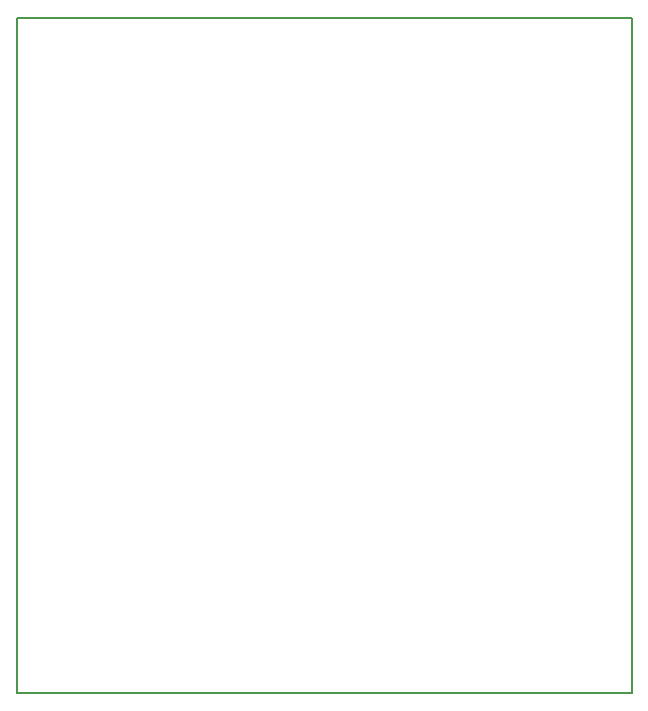
<source format=gbr>
G04 PROTEUS GERBER X2 FILE*
%TF.GenerationSoftware,Labcenter,Proteus,8.13-SP0-Build31525*%
%TF.CreationDate,2022-02-01T17:21:53+00:00*%
%TF.FileFunction,NonPlated,1,2,NPTH*%
%TF.FilePolarity,Positive*%
%TF.Part,Single*%
%TF.SameCoordinates,{1f8d9942-98d1-49a5-8421-286161f785e5}*%
%FSLAX45Y45*%
%MOMM*%
G01*
%TA.AperFunction,Profile*%
%ADD17C,0.203200*%
%TD.AperFunction*%
D17*
X-13716000Y-2413000D02*
X-8509000Y-2413000D01*
X-8509000Y+3302000D01*
X-13716000Y+3302000D01*
X-13716000Y-2413000D01*
M02*

</source>
